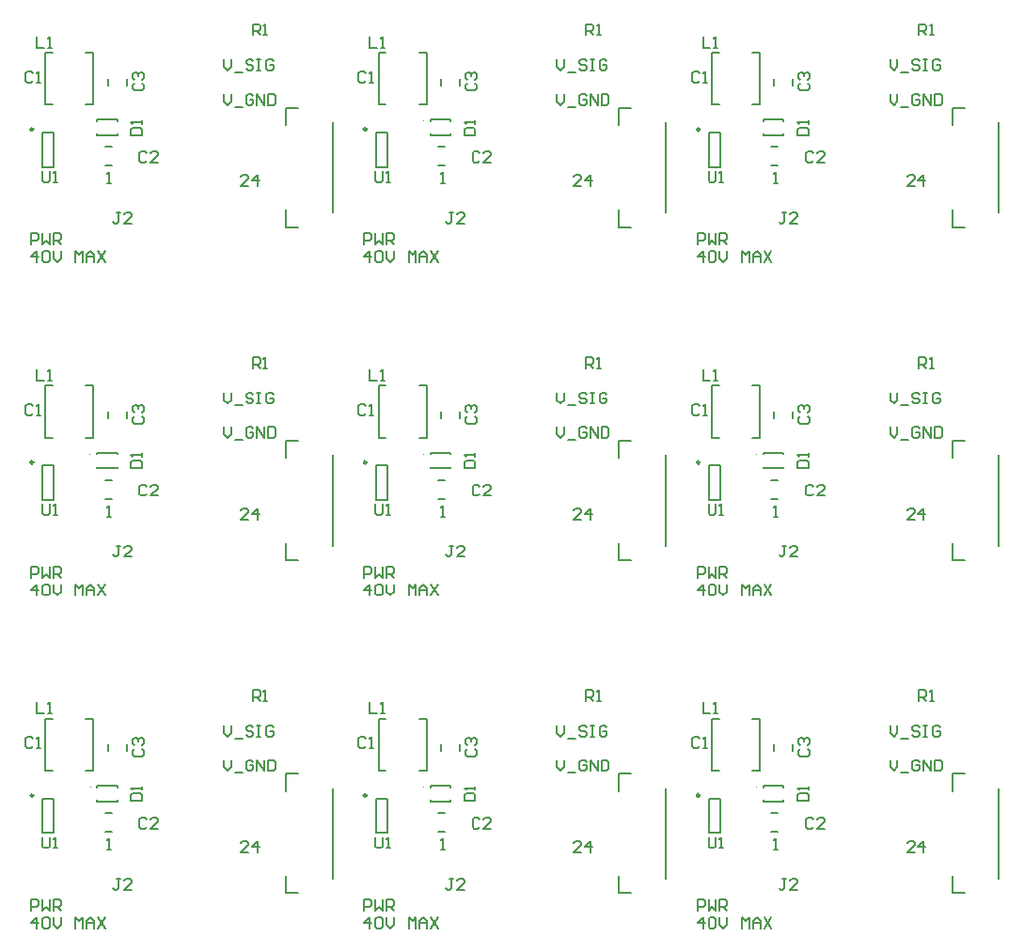
<source format=gto>
G04 Layer_Color=65535*
%FSLAX44Y44*%
%MOMM*%
G71*
G01*
G75*
%ADD22C,0.2000*%
%ADD36C,0.2500*%
%ADD37C,0.1000*%
%ADD38C,0.1800*%
D22*
X250750Y42000D02*
X261750D01*
X250750D02*
Y57500D01*
Y134000D02*
Y149500D01*
X261750D01*
X292750Y55000D02*
Y136500D01*
X107250Y169750D02*
Y175750D01*
X90250Y169750D02*
Y175750D01*
X70750Y199250D02*
X77250D01*
X70750Y152250D02*
X77250D01*
X34250Y199250D02*
X40750D01*
X34250Y152250D02*
X40750D01*
X77250D02*
Y199250D01*
X34250Y152250D02*
Y199250D01*
X87750Y114250D02*
X93750D01*
X87750Y97250D02*
X93750D01*
X31750Y127250D02*
X41750D01*
X31750Y96250D02*
X41750D01*
X31750D02*
Y127250D01*
X41750Y96250D02*
Y127250D01*
X80750Y138750D02*
X98750D01*
X80750Y124750D02*
X98750D01*
X80750Y137500D02*
Y138750D01*
X98750Y137500D02*
Y138750D01*
X80750Y124750D02*
Y126000D01*
X98750Y124750D02*
Y126000D01*
X220750Y215000D02*
Y224997D01*
X225748D01*
X227414Y223331D01*
Y219998D01*
X225748Y218332D01*
X220750D01*
X224082D02*
X227414Y215000D01*
X230747D02*
X234079D01*
X232413D01*
Y224997D01*
X230747Y223331D01*
X101415Y54997D02*
X98083D01*
X99749D01*
Y46666D01*
X98083Y45000D01*
X96416D01*
X94750Y46666D01*
X111412Y45000D02*
X104747D01*
X111412Y51665D01*
Y53331D01*
X109745Y54997D01*
X106413D01*
X104747Y53331D01*
X31250Y92497D02*
Y84166D01*
X32916Y82500D01*
X36248D01*
X37915Y84166D01*
Y92497D01*
X41247Y82500D02*
X44579D01*
X42913D01*
Y92497D01*
X41247Y90831D01*
X26250Y213747D02*
Y203750D01*
X32915D01*
X36247D02*
X39579D01*
X37913D01*
Y213747D01*
X36247Y212081D01*
X111253Y125000D02*
X121250D01*
Y129998D01*
X119584Y131664D01*
X112919D01*
X111253Y129998D01*
Y125000D01*
X121250Y134997D02*
Y138329D01*
Y136663D01*
X111253D01*
X112919Y134997D01*
X114169Y171665D02*
X112503Y169998D01*
Y166666D01*
X114169Y165000D01*
X120834D01*
X122500Y166666D01*
Y169998D01*
X120834Y171665D01*
X114169Y174997D02*
X112503Y176663D01*
Y179995D01*
X114169Y181661D01*
X115836D01*
X117502Y179995D01*
Y178329D01*
Y179995D01*
X119168Y181661D01*
X120834D01*
X122500Y179995D01*
Y176663D01*
X120834Y174997D01*
X125414Y108331D02*
X123748Y109997D01*
X120416D01*
X118750Y108331D01*
Y101666D01*
X120416Y100000D01*
X123748D01*
X125414Y101666D01*
X135411Y100000D02*
X128747D01*
X135411Y106664D01*
Y108331D01*
X133745Y109997D01*
X130413D01*
X128747Y108331D01*
X22915Y180831D02*
X21248Y182497D01*
X17916D01*
X16250Y180831D01*
Y174166D01*
X17916Y172500D01*
X21248D01*
X22915Y174166D01*
X26247Y172500D02*
X29579D01*
X27913D01*
Y182497D01*
X26247Y180831D01*
X550750Y42000D02*
X561750D01*
X550750D02*
Y57500D01*
Y134000D02*
Y149500D01*
X561750D01*
X592750Y55000D02*
Y136500D01*
X407250Y169750D02*
Y175750D01*
X390250Y169750D02*
Y175750D01*
X370750Y199250D02*
X377250D01*
X370750Y152250D02*
X377250D01*
X334250Y199250D02*
X340750D01*
X334250Y152250D02*
X340750D01*
X377250D02*
Y199250D01*
X334250Y152250D02*
Y199250D01*
X387750Y114250D02*
X393750D01*
X387750Y97250D02*
X393750D01*
X331750Y127250D02*
X341750D01*
X331750Y96250D02*
X341750D01*
X331750D02*
Y127250D01*
X341750Y96250D02*
Y127250D01*
X380750Y138750D02*
X398750D01*
X380750Y124750D02*
X398750D01*
X380750Y137500D02*
Y138750D01*
X398750Y137500D02*
Y138750D01*
X380750Y124750D02*
Y126000D01*
X398750Y124750D02*
Y126000D01*
X520750Y215000D02*
Y224997D01*
X525748D01*
X527415Y223331D01*
Y219998D01*
X525748Y218332D01*
X520750D01*
X524082D02*
X527415Y215000D01*
X530747D02*
X534079D01*
X532413D01*
Y224997D01*
X530747Y223331D01*
X401415Y54997D02*
X398083D01*
X399749D01*
Y46666D01*
X398083Y45000D01*
X396416D01*
X394750Y46666D01*
X411412Y45000D02*
X404747D01*
X411412Y51665D01*
Y53331D01*
X409745Y54997D01*
X406413D01*
X404747Y53331D01*
X331250Y92497D02*
Y84166D01*
X332916Y82500D01*
X336248D01*
X337915Y84166D01*
Y92497D01*
X341247Y82500D02*
X344579D01*
X342913D01*
Y92497D01*
X341247Y90831D01*
X326250Y213747D02*
Y203750D01*
X332915D01*
X336247D02*
X339579D01*
X337913D01*
Y213747D01*
X336247Y212081D01*
X411253Y125000D02*
X421250D01*
Y129998D01*
X419584Y131664D01*
X412919D01*
X411253Y129998D01*
Y125000D01*
X421250Y134997D02*
Y138329D01*
Y136663D01*
X411253D01*
X412919Y134997D01*
X414169Y171665D02*
X412503Y169998D01*
Y166666D01*
X414169Y165000D01*
X420834D01*
X422500Y166666D01*
Y169998D01*
X420834Y171665D01*
X414169Y174997D02*
X412503Y176663D01*
Y179995D01*
X414169Y181661D01*
X415835D01*
X417502Y179995D01*
Y178329D01*
Y179995D01*
X419168Y181661D01*
X420834D01*
X422500Y179995D01*
Y176663D01*
X420834Y174997D01*
X425415Y108331D02*
X423748Y109997D01*
X420416D01*
X418750Y108331D01*
Y101666D01*
X420416Y100000D01*
X423748D01*
X425415Y101666D01*
X435411Y100000D02*
X428747D01*
X435411Y106664D01*
Y108331D01*
X433745Y109997D01*
X430413D01*
X428747Y108331D01*
X322915Y180831D02*
X321248Y182497D01*
X317916D01*
X316250Y180831D01*
Y174166D01*
X317916Y172500D01*
X321248D01*
X322915Y174166D01*
X326247Y172500D02*
X329579D01*
X327913D01*
Y182497D01*
X326247Y180831D01*
X850750Y42000D02*
X861750D01*
X850750D02*
Y57500D01*
Y134000D02*
Y149500D01*
X861750D01*
X892750Y55000D02*
Y136500D01*
X707250Y169750D02*
Y175750D01*
X690250Y169750D02*
Y175750D01*
X670750Y199250D02*
X677250D01*
X670750Y152250D02*
X677250D01*
X634250Y199250D02*
X640750D01*
X634250Y152250D02*
X640750D01*
X677250D02*
Y199250D01*
X634250Y152250D02*
Y199250D01*
X687750Y114250D02*
X693750D01*
X687750Y97250D02*
X693750D01*
X631750Y127250D02*
X641750D01*
X631750Y96250D02*
X641750D01*
X631750D02*
Y127250D01*
X641750Y96250D02*
Y127250D01*
X680750Y138750D02*
X698750D01*
X680750Y124750D02*
X698750D01*
X680750Y137500D02*
Y138750D01*
X698750Y137500D02*
Y138750D01*
X680750Y124750D02*
Y126000D01*
X698750Y124750D02*
Y126000D01*
X820750Y215000D02*
Y224997D01*
X825748D01*
X827414Y223331D01*
Y219998D01*
X825748Y218332D01*
X820750D01*
X824082D02*
X827414Y215000D01*
X830747D02*
X834079D01*
X832413D01*
Y224997D01*
X830747Y223331D01*
X701415Y54997D02*
X698083D01*
X699749D01*
Y46666D01*
X698083Y45000D01*
X696416D01*
X694750Y46666D01*
X711412Y45000D02*
X704747D01*
X711412Y51665D01*
Y53331D01*
X709745Y54997D01*
X706413D01*
X704747Y53331D01*
X631250Y92497D02*
Y84166D01*
X632916Y82500D01*
X636248D01*
X637915Y84166D01*
Y92497D01*
X641247Y82500D02*
X644579D01*
X642913D01*
Y92497D01*
X641247Y90831D01*
X626250Y213747D02*
Y203750D01*
X632915D01*
X636247D02*
X639579D01*
X637913D01*
Y213747D01*
X636247Y212081D01*
X711253Y125000D02*
X721250D01*
Y129998D01*
X719584Y131664D01*
X712919D01*
X711253Y129998D01*
Y125000D01*
X721250Y134997D02*
Y138329D01*
Y136663D01*
X711253D01*
X712919Y134997D01*
X714169Y171665D02*
X712503Y169998D01*
Y166666D01*
X714169Y165000D01*
X720834D01*
X722500Y166666D01*
Y169998D01*
X720834Y171665D01*
X714169Y174997D02*
X712503Y176663D01*
Y179995D01*
X714169Y181661D01*
X715835D01*
X717502Y179995D01*
Y178329D01*
Y179995D01*
X719168Y181661D01*
X720834D01*
X722500Y179995D01*
Y176663D01*
X720834Y174997D01*
X725415Y108331D02*
X723748Y109997D01*
X720416D01*
X718750Y108331D01*
Y101666D01*
X720416Y100000D01*
X723748D01*
X725415Y101666D01*
X735411Y100000D02*
X728747D01*
X735411Y106664D01*
Y108331D01*
X733745Y109997D01*
X730413D01*
X728747Y108331D01*
X622915Y180831D02*
X621248Y182497D01*
X617916D01*
X616250Y180831D01*
Y174166D01*
X617916Y172500D01*
X621248D01*
X622915Y174166D01*
X626247Y172500D02*
X629579D01*
X627913D01*
Y182497D01*
X626247Y180831D01*
X250750Y342000D02*
X261750D01*
X250750D02*
Y357500D01*
Y434000D02*
Y449500D01*
X261750D01*
X292750Y355000D02*
Y436500D01*
X107250Y469750D02*
Y475750D01*
X90250Y469750D02*
Y475750D01*
X70750Y499250D02*
X77250D01*
X70750Y452250D02*
X77250D01*
X34250Y499250D02*
X40750D01*
X34250Y452250D02*
X40750D01*
X77250D02*
Y499250D01*
X34250Y452250D02*
Y499250D01*
X87750Y414250D02*
X93750D01*
X87750Y397250D02*
X93750D01*
X31750Y427250D02*
X41750D01*
X31750Y396250D02*
X41750D01*
X31750D02*
Y427250D01*
X41750Y396250D02*
Y427250D01*
X80750Y438750D02*
X98750D01*
X80750Y424750D02*
X98750D01*
X80750Y437500D02*
Y438750D01*
X98750Y437500D02*
Y438750D01*
X80750Y424750D02*
Y426000D01*
X98750Y424750D02*
Y426000D01*
X220750Y515000D02*
Y524997D01*
X225748D01*
X227414Y523331D01*
Y519998D01*
X225748Y518332D01*
X220750D01*
X224082D02*
X227414Y515000D01*
X230747D02*
X234079D01*
X232413D01*
Y524997D01*
X230747Y523331D01*
X101415Y354997D02*
X98083D01*
X99749D01*
Y346666D01*
X98083Y345000D01*
X96416D01*
X94750Y346666D01*
X111412Y345000D02*
X104747D01*
X111412Y351665D01*
Y353331D01*
X109745Y354997D01*
X106413D01*
X104747Y353331D01*
X31250Y392497D02*
Y384166D01*
X32916Y382500D01*
X36248D01*
X37915Y384166D01*
Y392497D01*
X41247Y382500D02*
X44579D01*
X42913D01*
Y392497D01*
X41247Y390831D01*
X26250Y513747D02*
Y503750D01*
X32915D01*
X36247D02*
X39579D01*
X37913D01*
Y513747D01*
X36247Y512081D01*
X111253Y425000D02*
X121250D01*
Y429998D01*
X119584Y431665D01*
X112919D01*
X111253Y429998D01*
Y425000D01*
X121250Y434997D02*
Y438329D01*
Y436663D01*
X111253D01*
X112919Y434997D01*
X114169Y471665D02*
X112503Y469998D01*
Y466666D01*
X114169Y465000D01*
X120834D01*
X122500Y466666D01*
Y469998D01*
X120834Y471665D01*
X114169Y474997D02*
X112503Y476663D01*
Y479995D01*
X114169Y481661D01*
X115836D01*
X117502Y479995D01*
Y478329D01*
Y479995D01*
X119168Y481661D01*
X120834D01*
X122500Y479995D01*
Y476663D01*
X120834Y474997D01*
X125414Y408331D02*
X123748Y409997D01*
X120416D01*
X118750Y408331D01*
Y401666D01*
X120416Y400000D01*
X123748D01*
X125414Y401666D01*
X135411Y400000D02*
X128747D01*
X135411Y406665D01*
Y408331D01*
X133745Y409997D01*
X130413D01*
X128747Y408331D01*
X22915Y480831D02*
X21248Y482497D01*
X17916D01*
X16250Y480831D01*
Y474166D01*
X17916Y472500D01*
X21248D01*
X22915Y474166D01*
X26247Y472500D02*
X29579D01*
X27913D01*
Y482497D01*
X26247Y480831D01*
X550750Y342000D02*
X561750D01*
X550750D02*
Y357500D01*
Y434000D02*
Y449500D01*
X561750D01*
X592750Y355000D02*
Y436500D01*
X407250Y469750D02*
Y475750D01*
X390250Y469750D02*
Y475750D01*
X370750Y499250D02*
X377250D01*
X370750Y452250D02*
X377250D01*
X334250Y499250D02*
X340750D01*
X334250Y452250D02*
X340750D01*
X377250D02*
Y499250D01*
X334250Y452250D02*
Y499250D01*
X387750Y414250D02*
X393750D01*
X387750Y397250D02*
X393750D01*
X331750Y427250D02*
X341750D01*
X331750Y396250D02*
X341750D01*
X331750D02*
Y427250D01*
X341750Y396250D02*
Y427250D01*
X380750Y438750D02*
X398750D01*
X380750Y424750D02*
X398750D01*
X380750Y437500D02*
Y438750D01*
X398750Y437500D02*
Y438750D01*
X380750Y424750D02*
Y426000D01*
X398750Y424750D02*
Y426000D01*
X520750Y515000D02*
Y524997D01*
X525748D01*
X527415Y523331D01*
Y519998D01*
X525748Y518332D01*
X520750D01*
X524082D02*
X527415Y515000D01*
X530747D02*
X534079D01*
X532413D01*
Y524997D01*
X530747Y523331D01*
X401415Y354997D02*
X398083D01*
X399749D01*
Y346666D01*
X398083Y345000D01*
X396416D01*
X394750Y346666D01*
X411412Y345000D02*
X404747D01*
X411412Y351665D01*
Y353331D01*
X409745Y354997D01*
X406413D01*
X404747Y353331D01*
X331250Y392497D02*
Y384166D01*
X332916Y382500D01*
X336248D01*
X337915Y384166D01*
Y392497D01*
X341247Y382500D02*
X344579D01*
X342913D01*
Y392497D01*
X341247Y390831D01*
X326250Y513747D02*
Y503750D01*
X332915D01*
X336247D02*
X339579D01*
X337913D01*
Y513747D01*
X336247Y512081D01*
X411253Y425000D02*
X421250D01*
Y429998D01*
X419584Y431665D01*
X412919D01*
X411253Y429998D01*
Y425000D01*
X421250Y434997D02*
Y438329D01*
Y436663D01*
X411253D01*
X412919Y434997D01*
X414169Y471665D02*
X412503Y469998D01*
Y466666D01*
X414169Y465000D01*
X420834D01*
X422500Y466666D01*
Y469998D01*
X420834Y471665D01*
X414169Y474997D02*
X412503Y476663D01*
Y479995D01*
X414169Y481661D01*
X415835D01*
X417502Y479995D01*
Y478329D01*
Y479995D01*
X419168Y481661D01*
X420834D01*
X422500Y479995D01*
Y476663D01*
X420834Y474997D01*
X425415Y408331D02*
X423748Y409997D01*
X420416D01*
X418750Y408331D01*
Y401666D01*
X420416Y400000D01*
X423748D01*
X425415Y401666D01*
X435411Y400000D02*
X428747D01*
X435411Y406665D01*
Y408331D01*
X433745Y409997D01*
X430413D01*
X428747Y408331D01*
X322915Y480831D02*
X321248Y482497D01*
X317916D01*
X316250Y480831D01*
Y474166D01*
X317916Y472500D01*
X321248D01*
X322915Y474166D01*
X326247Y472500D02*
X329579D01*
X327913D01*
Y482497D01*
X326247Y480831D01*
X850750Y342000D02*
X861750D01*
X850750D02*
Y357500D01*
Y434000D02*
Y449500D01*
X861750D01*
X892750Y355000D02*
Y436500D01*
X707250Y469750D02*
Y475750D01*
X690250Y469750D02*
Y475750D01*
X670750Y499250D02*
X677250D01*
X670750Y452250D02*
X677250D01*
X634250Y499250D02*
X640750D01*
X634250Y452250D02*
X640750D01*
X677250D02*
Y499250D01*
X634250Y452250D02*
Y499250D01*
X687750Y414250D02*
X693750D01*
X687750Y397250D02*
X693750D01*
X631750Y427250D02*
X641750D01*
X631750Y396250D02*
X641750D01*
X631750D02*
Y427250D01*
X641750Y396250D02*
Y427250D01*
X680750Y438750D02*
X698750D01*
X680750Y424750D02*
X698750D01*
X680750Y437500D02*
Y438750D01*
X698750Y437500D02*
Y438750D01*
X680750Y424750D02*
Y426000D01*
X698750Y424750D02*
Y426000D01*
X820750Y515000D02*
Y524997D01*
X825748D01*
X827414Y523331D01*
Y519998D01*
X825748Y518332D01*
X820750D01*
X824082D02*
X827414Y515000D01*
X830747D02*
X834079D01*
X832413D01*
Y524997D01*
X830747Y523331D01*
X701415Y354997D02*
X698083D01*
X699749D01*
Y346666D01*
X698083Y345000D01*
X696416D01*
X694750Y346666D01*
X711412Y345000D02*
X704747D01*
X711412Y351665D01*
Y353331D01*
X709745Y354997D01*
X706413D01*
X704747Y353331D01*
X631250Y392497D02*
Y384166D01*
X632916Y382500D01*
X636248D01*
X637915Y384166D01*
Y392497D01*
X641247Y382500D02*
X644579D01*
X642913D01*
Y392497D01*
X641247Y390831D01*
X626250Y513747D02*
Y503750D01*
X632915D01*
X636247D02*
X639579D01*
X637913D01*
Y513747D01*
X636247Y512081D01*
X711253Y425000D02*
X721250D01*
Y429998D01*
X719584Y431665D01*
X712919D01*
X711253Y429998D01*
Y425000D01*
X721250Y434997D02*
Y438329D01*
Y436663D01*
X711253D01*
X712919Y434997D01*
X714169Y471665D02*
X712503Y469998D01*
Y466666D01*
X714169Y465000D01*
X720834D01*
X722500Y466666D01*
Y469998D01*
X720834Y471665D01*
X714169Y474997D02*
X712503Y476663D01*
Y479995D01*
X714169Y481661D01*
X715835D01*
X717502Y479995D01*
Y478329D01*
Y479995D01*
X719168Y481661D01*
X720834D01*
X722500Y479995D01*
Y476663D01*
X720834Y474997D01*
X725415Y408331D02*
X723748Y409997D01*
X720416D01*
X718750Y408331D01*
Y401666D01*
X720416Y400000D01*
X723748D01*
X725415Y401666D01*
X735411Y400000D02*
X728747D01*
X735411Y406665D01*
Y408331D01*
X733745Y409997D01*
X730413D01*
X728747Y408331D01*
X622915Y480831D02*
X621248Y482497D01*
X617916D01*
X616250Y480831D01*
Y474166D01*
X617916Y472500D01*
X621248D01*
X622915Y474166D01*
X626247Y472500D02*
X629579D01*
X627913D01*
Y482497D01*
X626247Y480831D01*
X250750Y642000D02*
X261750D01*
X250750D02*
Y657500D01*
Y734000D02*
Y749500D01*
X261750D01*
X292750Y655000D02*
Y736500D01*
X107250Y769750D02*
Y775750D01*
X90250Y769750D02*
Y775750D01*
X70750Y799250D02*
X77250D01*
X70750Y752250D02*
X77250D01*
X34250Y799250D02*
X40750D01*
X34250Y752250D02*
X40750D01*
X77250D02*
Y799250D01*
X34250Y752250D02*
Y799250D01*
X87750Y714250D02*
X93750D01*
X87750Y697250D02*
X93750D01*
X31750Y727250D02*
X41750D01*
X31750Y696250D02*
X41750D01*
X31750D02*
Y727250D01*
X41750Y696250D02*
Y727250D01*
X80750Y738750D02*
X98750D01*
X80750Y724750D02*
X98750D01*
X80750Y737500D02*
Y738750D01*
X98750Y737500D02*
Y738750D01*
X80750Y724750D02*
Y726000D01*
X98750Y724750D02*
Y726000D01*
X220750Y815000D02*
Y824997D01*
X225748D01*
X227414Y823331D01*
Y819998D01*
X225748Y818332D01*
X220750D01*
X224082D02*
X227414Y815000D01*
X230747D02*
X234079D01*
X232413D01*
Y824997D01*
X230747Y823331D01*
X101415Y654997D02*
X98083D01*
X99749D01*
Y646666D01*
X98083Y645000D01*
X96416D01*
X94750Y646666D01*
X111412Y645000D02*
X104747D01*
X111412Y651665D01*
Y653331D01*
X109745Y654997D01*
X106413D01*
X104747Y653331D01*
X31250Y692497D02*
Y684166D01*
X32916Y682500D01*
X36248D01*
X37915Y684166D01*
Y692497D01*
X41247Y682500D02*
X44579D01*
X42913D01*
Y692497D01*
X41247Y690831D01*
X26250Y813747D02*
Y803750D01*
X32915D01*
X36247D02*
X39579D01*
X37913D01*
Y813747D01*
X36247Y812081D01*
X111253Y725000D02*
X121250D01*
Y729998D01*
X119584Y731665D01*
X112919D01*
X111253Y729998D01*
Y725000D01*
X121250Y734997D02*
Y738329D01*
Y736663D01*
X111253D01*
X112919Y734997D01*
X114169Y771665D02*
X112503Y769998D01*
Y766666D01*
X114169Y765000D01*
X120834D01*
X122500Y766666D01*
Y769998D01*
X120834Y771665D01*
X114169Y774997D02*
X112503Y776663D01*
Y779995D01*
X114169Y781661D01*
X115836D01*
X117502Y779995D01*
Y778329D01*
Y779995D01*
X119168Y781661D01*
X120834D01*
X122500Y779995D01*
Y776663D01*
X120834Y774997D01*
X125414Y708331D02*
X123748Y709997D01*
X120416D01*
X118750Y708331D01*
Y701666D01*
X120416Y700000D01*
X123748D01*
X125414Y701666D01*
X135411Y700000D02*
X128747D01*
X135411Y706665D01*
Y708331D01*
X133745Y709997D01*
X130413D01*
X128747Y708331D01*
X22915Y780831D02*
X21248Y782497D01*
X17916D01*
X16250Y780831D01*
Y774166D01*
X17916Y772500D01*
X21248D01*
X22915Y774166D01*
X26247Y772500D02*
X29579D01*
X27913D01*
Y782497D01*
X26247Y780831D01*
X550750Y642000D02*
X561750D01*
X550750D02*
Y657500D01*
Y734000D02*
Y749500D01*
X561750D01*
X592750Y655000D02*
Y736500D01*
X407250Y769750D02*
Y775750D01*
X390250Y769750D02*
Y775750D01*
X370750Y799250D02*
X377250D01*
X370750Y752250D02*
X377250D01*
X334250Y799250D02*
X340750D01*
X334250Y752250D02*
X340750D01*
X377250D02*
Y799250D01*
X334250Y752250D02*
Y799250D01*
X387750Y714250D02*
X393750D01*
X387750Y697250D02*
X393750D01*
X331750Y727250D02*
X341750D01*
X331750Y696250D02*
X341750D01*
X331750D02*
Y727250D01*
X341750Y696250D02*
Y727250D01*
X380750Y738750D02*
X398750D01*
X380750Y724750D02*
X398750D01*
X380750Y737500D02*
Y738750D01*
X398750Y737500D02*
Y738750D01*
X380750Y724750D02*
Y726000D01*
X398750Y724750D02*
Y726000D01*
X520750Y815000D02*
Y824997D01*
X525748D01*
X527415Y823331D01*
Y819998D01*
X525748Y818332D01*
X520750D01*
X524082D02*
X527415Y815000D01*
X530747D02*
X534079D01*
X532413D01*
Y824997D01*
X530747Y823331D01*
X401415Y654997D02*
X398083D01*
X399749D01*
Y646666D01*
X398083Y645000D01*
X396416D01*
X394750Y646666D01*
X411412Y645000D02*
X404747D01*
X411412Y651665D01*
Y653331D01*
X409745Y654997D01*
X406413D01*
X404747Y653331D01*
X331250Y692497D02*
Y684166D01*
X332916Y682500D01*
X336248D01*
X337915Y684166D01*
Y692497D01*
X341247Y682500D02*
X344579D01*
X342913D01*
Y692497D01*
X341247Y690831D01*
X326250Y813747D02*
Y803750D01*
X332915D01*
X336247D02*
X339579D01*
X337913D01*
Y813747D01*
X336247Y812081D01*
X411253Y725000D02*
X421250D01*
Y729998D01*
X419584Y731665D01*
X412919D01*
X411253Y729998D01*
Y725000D01*
X421250Y734997D02*
Y738329D01*
Y736663D01*
X411253D01*
X412919Y734997D01*
X414169Y771665D02*
X412503Y769998D01*
Y766666D01*
X414169Y765000D01*
X420834D01*
X422500Y766666D01*
Y769998D01*
X420834Y771665D01*
X414169Y774997D02*
X412503Y776663D01*
Y779995D01*
X414169Y781661D01*
X415835D01*
X417502Y779995D01*
Y778329D01*
Y779995D01*
X419168Y781661D01*
X420834D01*
X422500Y779995D01*
Y776663D01*
X420834Y774997D01*
X425415Y708331D02*
X423748Y709997D01*
X420416D01*
X418750Y708331D01*
Y701666D01*
X420416Y700000D01*
X423748D01*
X425415Y701666D01*
X435411Y700000D02*
X428747D01*
X435411Y706665D01*
Y708331D01*
X433745Y709997D01*
X430413D01*
X428747Y708331D01*
X322915Y780831D02*
X321248Y782497D01*
X317916D01*
X316250Y780831D01*
Y774166D01*
X317916Y772500D01*
X321248D01*
X322915Y774166D01*
X326247Y772500D02*
X329579D01*
X327913D01*
Y782497D01*
X326247Y780831D01*
X850750Y642000D02*
X861750D01*
X850750D02*
Y657500D01*
Y734000D02*
Y749500D01*
X861750D01*
X892750Y655000D02*
Y736500D01*
X707250Y769750D02*
Y775750D01*
X690250Y769750D02*
Y775750D01*
X670750Y799250D02*
X677250D01*
X670750Y752250D02*
X677250D01*
X634250Y799250D02*
X640750D01*
X634250Y752250D02*
X640750D01*
X677250D02*
Y799250D01*
X634250Y752250D02*
Y799250D01*
X687750Y714250D02*
X693750D01*
X687750Y697250D02*
X693750D01*
X631750Y727250D02*
X641750D01*
X631750Y696250D02*
X641750D01*
X631750D02*
Y727250D01*
X641750Y696250D02*
Y727250D01*
X680750Y738750D02*
X698750D01*
X680750Y724750D02*
X698750D01*
X680750Y737500D02*
Y738750D01*
X698750Y737500D02*
Y738750D01*
X680750Y724750D02*
Y726000D01*
X698750Y724750D02*
Y726000D01*
X820750Y815000D02*
Y824997D01*
X825748D01*
X827414Y823331D01*
Y819998D01*
X825748Y818332D01*
X820750D01*
X824082D02*
X827414Y815000D01*
X830747D02*
X834079D01*
X832413D01*
Y824997D01*
X830747Y823331D01*
X701415Y654997D02*
X698083D01*
X699749D01*
Y646666D01*
X698083Y645000D01*
X696416D01*
X694750Y646666D01*
X711412Y645000D02*
X704747D01*
X711412Y651665D01*
Y653331D01*
X709745Y654997D01*
X706413D01*
X704747Y653331D01*
X631250Y692497D02*
Y684166D01*
X632916Y682500D01*
X636248D01*
X637915Y684166D01*
Y692497D01*
X641247Y682500D02*
X644579D01*
X642913D01*
Y692497D01*
X641247Y690831D01*
X626250Y813747D02*
Y803750D01*
X632915D01*
X636247D02*
X639579D01*
X637913D01*
Y813747D01*
X636247Y812081D01*
X711253Y725000D02*
X721250D01*
Y729998D01*
X719584Y731665D01*
X712919D01*
X711253Y729998D01*
Y725000D01*
X721250Y734997D02*
Y738329D01*
Y736663D01*
X711253D01*
X712919Y734997D01*
X714169Y771665D02*
X712503Y769998D01*
Y766666D01*
X714169Y765000D01*
X720834D01*
X722500Y766666D01*
Y769998D01*
X720834Y771665D01*
X714169Y774997D02*
X712503Y776663D01*
Y779995D01*
X714169Y781661D01*
X715835D01*
X717502Y779995D01*
Y778329D01*
Y779995D01*
X719168Y781661D01*
X720834D01*
X722500Y779995D01*
Y776663D01*
X720834Y774997D01*
X725415Y708331D02*
X723748Y709997D01*
X720416D01*
X718750Y708331D01*
Y701666D01*
X720416Y700000D01*
X723748D01*
X725415Y701666D01*
X735411Y700000D02*
X728747D01*
X735411Y706665D01*
Y708331D01*
X733745Y709997D01*
X730413D01*
X728747Y708331D01*
X622915Y780831D02*
X621248Y782497D01*
X617916D01*
X616250Y780831D01*
Y774166D01*
X617916Y772500D01*
X621248D01*
X622915Y774166D01*
X626247Y772500D02*
X629579D01*
X627913D01*
Y782497D01*
X626247Y780831D01*
D36*
X23250Y130000D02*
G03*
X23250Y130000I-1250J0D01*
G01*
X323250D02*
G03*
X323250Y130000I-1250J0D01*
G01*
X623250D02*
G03*
X623250Y130000I-1250J0D01*
G01*
X23250Y430000D02*
G03*
X23250Y430000I-1250J0D01*
G01*
X323250D02*
G03*
X323250Y430000I-1250J0D01*
G01*
X623250D02*
G03*
X623250Y430000I-1250J0D01*
G01*
X23250Y730000D02*
G03*
X23250Y730000I-1250J0D01*
G01*
X323250D02*
G03*
X323250Y730000I-1250J0D01*
G01*
X623250D02*
G03*
X623250Y730000I-1250J0D01*
G01*
D37*
X74750Y137500D02*
G03*
X74750Y137500I-500J0D01*
G01*
X374750D02*
G03*
X374750Y137500I-500J0D01*
G01*
X674750D02*
G03*
X674750Y137500I-500J0D01*
G01*
X74750Y437500D02*
G03*
X74750Y437500I-500J0D01*
G01*
X374750D02*
G03*
X374750Y437500I-500J0D01*
G01*
X674750D02*
G03*
X674750Y437500I-500J0D01*
G01*
X74750Y737500D02*
G03*
X74750Y737500I-500J0D01*
G01*
X374750D02*
G03*
X374750Y737500I-500J0D01*
G01*
X674750D02*
G03*
X674750Y737500I-500J0D01*
G01*
D38*
X90000Y81250D02*
X93332D01*
X91666D01*
Y91247D01*
X90000Y89581D01*
X216665Y78750D02*
X210000D01*
X216665Y85414D01*
Y87081D01*
X214998Y88747D01*
X211666D01*
X210000Y87081D01*
X224995Y78750D02*
Y88747D01*
X219997Y83748D01*
X226661D01*
X26248Y10250D02*
Y20247D01*
X21250Y15248D01*
X27915D01*
X31247Y18581D02*
X32913Y20247D01*
X36245D01*
X37911Y18581D01*
Y11916D01*
X36245Y10250D01*
X32913D01*
X31247Y11916D01*
Y18581D01*
X41244Y20247D02*
Y13582D01*
X44576Y10250D01*
X47908Y13582D01*
Y20247D01*
X61237Y10250D02*
Y20247D01*
X64569Y16914D01*
X67902Y20247D01*
Y10250D01*
X71234D02*
Y16914D01*
X74566Y20247D01*
X77898Y16914D01*
Y10250D01*
Y15248D01*
X71234D01*
X81231Y20247D02*
X87895Y10250D01*
Y20247D02*
X81231Y10250D01*
X21250Y26250D02*
Y36247D01*
X26248D01*
X27915Y34581D01*
Y31248D01*
X26248Y29582D01*
X21250D01*
X31247Y36247D02*
Y26250D01*
X34579Y29582D01*
X37911Y26250D01*
Y36247D01*
X41244Y26250D02*
Y36247D01*
X46242D01*
X47908Y34581D01*
Y31248D01*
X46242Y29582D01*
X41244D01*
X44576D02*
X47908Y26250D01*
X194750Y192997D02*
Y186332D01*
X198082Y183000D01*
X201415Y186332D01*
Y192997D01*
X204747Y181334D02*
X211411D01*
X221408Y191331D02*
X219742Y192997D01*
X216410D01*
X214744Y191331D01*
Y189664D01*
X216410Y187998D01*
X219742D01*
X221408Y186332D01*
Y184666D01*
X219742Y183000D01*
X216410D01*
X214744Y184666D01*
X224740Y192997D02*
X228073D01*
X226406D01*
Y183000D01*
X224740D01*
X228073D01*
X239736Y191331D02*
X238069Y192997D01*
X234737D01*
X233071Y191331D01*
Y184666D01*
X234737Y183000D01*
X238069D01*
X239736Y184666D01*
Y187998D01*
X236403D01*
X194750Y161997D02*
Y155332D01*
X198082Y152000D01*
X201415Y155332D01*
Y161997D01*
X204747Y150334D02*
X211411D01*
X221408Y160331D02*
X219742Y161997D01*
X216410D01*
X214744Y160331D01*
Y153666D01*
X216410Y152000D01*
X219742D01*
X221408Y153666D01*
Y156998D01*
X218076D01*
X224740Y152000D02*
Y161997D01*
X231405Y152000D01*
Y161997D01*
X234737D02*
Y152000D01*
X239736D01*
X241402Y153666D01*
Y160331D01*
X239736Y161997D01*
X234737D01*
X390000Y81250D02*
X393332D01*
X391666D01*
Y91247D01*
X390000Y89581D01*
X516665Y78750D02*
X510000D01*
X516665Y85414D01*
Y87081D01*
X514998Y88747D01*
X511666D01*
X510000Y87081D01*
X524995Y78750D02*
Y88747D01*
X519997Y83748D01*
X526661D01*
X326248Y10250D02*
Y20247D01*
X321250Y15248D01*
X327915D01*
X331247Y18581D02*
X332913Y20247D01*
X336245D01*
X337911Y18581D01*
Y11916D01*
X336245Y10250D01*
X332913D01*
X331247Y11916D01*
Y18581D01*
X341244Y20247D02*
Y13582D01*
X344576Y10250D01*
X347908Y13582D01*
Y20247D01*
X361237Y10250D02*
Y20247D01*
X364569Y16914D01*
X367902Y20247D01*
Y10250D01*
X371234D02*
Y16914D01*
X374566Y20247D01*
X377898Y16914D01*
Y10250D01*
Y15248D01*
X371234D01*
X381231Y20247D02*
X387895Y10250D01*
Y20247D02*
X381231Y10250D01*
X321250Y26250D02*
Y36247D01*
X326248D01*
X327915Y34581D01*
Y31248D01*
X326248Y29582D01*
X321250D01*
X331247Y36247D02*
Y26250D01*
X334579Y29582D01*
X337911Y26250D01*
Y36247D01*
X341244Y26250D02*
Y36247D01*
X346242D01*
X347908Y34581D01*
Y31248D01*
X346242Y29582D01*
X341244D01*
X344576D02*
X347908Y26250D01*
X494750Y192997D02*
Y186332D01*
X498082Y183000D01*
X501414Y186332D01*
Y192997D01*
X504747Y181334D02*
X511411D01*
X521408Y191331D02*
X519742Y192997D01*
X516410D01*
X514744Y191331D01*
Y189664D01*
X516410Y187998D01*
X519742D01*
X521408Y186332D01*
Y184666D01*
X519742Y183000D01*
X516410D01*
X514744Y184666D01*
X524740Y192997D02*
X528073D01*
X526407D01*
Y183000D01*
X524740D01*
X528073D01*
X539735Y191331D02*
X538069Y192997D01*
X534737D01*
X533071Y191331D01*
Y184666D01*
X534737Y183000D01*
X538069D01*
X539735Y184666D01*
Y187998D01*
X536403D01*
X494750Y161997D02*
Y155332D01*
X498082Y152000D01*
X501414Y155332D01*
Y161997D01*
X504747Y150334D02*
X511411D01*
X521408Y160331D02*
X519742Y161997D01*
X516410D01*
X514744Y160331D01*
Y153666D01*
X516410Y152000D01*
X519742D01*
X521408Y153666D01*
Y156998D01*
X518076D01*
X524740Y152000D02*
Y161997D01*
X531405Y152000D01*
Y161997D01*
X534737D02*
Y152000D01*
X539735D01*
X541402Y153666D01*
Y160331D01*
X539735Y161997D01*
X534737D01*
X690000Y81250D02*
X693332D01*
X691666D01*
Y91247D01*
X690000Y89581D01*
X816665Y78750D02*
X810000D01*
X816665Y85414D01*
Y87081D01*
X814998Y88747D01*
X811666D01*
X810000Y87081D01*
X824995Y78750D02*
Y88747D01*
X819997Y83748D01*
X826661D01*
X626248Y10250D02*
Y20247D01*
X621250Y15248D01*
X627915D01*
X631247Y18581D02*
X632913Y20247D01*
X636245D01*
X637911Y18581D01*
Y11916D01*
X636245Y10250D01*
X632913D01*
X631247Y11916D01*
Y18581D01*
X641244Y20247D02*
Y13582D01*
X644576Y10250D01*
X647908Y13582D01*
Y20247D01*
X661237Y10250D02*
Y20247D01*
X664569Y16914D01*
X667902Y20247D01*
Y10250D01*
X671234D02*
Y16914D01*
X674566Y20247D01*
X677898Y16914D01*
Y10250D01*
Y15248D01*
X671234D01*
X681231Y20247D02*
X687895Y10250D01*
Y20247D02*
X681231Y10250D01*
X621250Y26250D02*
Y36247D01*
X626248D01*
X627915Y34581D01*
Y31248D01*
X626248Y29582D01*
X621250D01*
X631247Y36247D02*
Y26250D01*
X634579Y29582D01*
X637911Y26250D01*
Y36247D01*
X641244Y26250D02*
Y36247D01*
X646242D01*
X647908Y34581D01*
Y31248D01*
X646242Y29582D01*
X641244D01*
X644576D02*
X647908Y26250D01*
X794750Y192997D02*
Y186332D01*
X798082Y183000D01*
X801414Y186332D01*
Y192997D01*
X804747Y181334D02*
X811411D01*
X821408Y191331D02*
X819742Y192997D01*
X816410D01*
X814744Y191331D01*
Y189664D01*
X816410Y187998D01*
X819742D01*
X821408Y186332D01*
Y184666D01*
X819742Y183000D01*
X816410D01*
X814744Y184666D01*
X824740Y192997D02*
X828073D01*
X826406D01*
Y183000D01*
X824740D01*
X828073D01*
X839735Y191331D02*
X838069Y192997D01*
X834737D01*
X833071Y191331D01*
Y184666D01*
X834737Y183000D01*
X838069D01*
X839735Y184666D01*
Y187998D01*
X836403D01*
X794750Y161997D02*
Y155332D01*
X798082Y152000D01*
X801414Y155332D01*
Y161997D01*
X804747Y150334D02*
X811411D01*
X821408Y160331D02*
X819742Y161997D01*
X816410D01*
X814744Y160331D01*
Y153666D01*
X816410Y152000D01*
X819742D01*
X821408Y153666D01*
Y156998D01*
X818076D01*
X824740Y152000D02*
Y161997D01*
X831405Y152000D01*
Y161997D01*
X834737D02*
Y152000D01*
X839735D01*
X841402Y153666D01*
Y160331D01*
X839735Y161997D01*
X834737D01*
X90000Y381250D02*
X93332D01*
X91666D01*
Y391247D01*
X90000Y389581D01*
X216665Y378750D02*
X210000D01*
X216665Y385415D01*
Y387081D01*
X214998Y388747D01*
X211666D01*
X210000Y387081D01*
X224995Y378750D02*
Y388747D01*
X219997Y383748D01*
X226661D01*
X26248Y310250D02*
Y320247D01*
X21250Y315248D01*
X27915D01*
X31247Y318581D02*
X32913Y320247D01*
X36245D01*
X37911Y318581D01*
Y311916D01*
X36245Y310250D01*
X32913D01*
X31247Y311916D01*
Y318581D01*
X41244Y320247D02*
Y313582D01*
X44576Y310250D01*
X47908Y313582D01*
Y320247D01*
X61237Y310250D02*
Y320247D01*
X64569Y316915D01*
X67902Y320247D01*
Y310250D01*
X71234D02*
Y316915D01*
X74566Y320247D01*
X77898Y316915D01*
Y310250D01*
Y315248D01*
X71234D01*
X81231Y320247D02*
X87895Y310250D01*
Y320247D02*
X81231Y310250D01*
X21250Y326250D02*
Y336247D01*
X26248D01*
X27915Y334581D01*
Y331248D01*
X26248Y329582D01*
X21250D01*
X31247Y336247D02*
Y326250D01*
X34579Y329582D01*
X37911Y326250D01*
Y336247D01*
X41244Y326250D02*
Y336247D01*
X46242D01*
X47908Y334581D01*
Y331248D01*
X46242Y329582D01*
X41244D01*
X44576D02*
X47908Y326250D01*
X194750Y492997D02*
Y486332D01*
X198082Y483000D01*
X201415Y486332D01*
Y492997D01*
X204747Y481334D02*
X211411D01*
X221408Y491331D02*
X219742Y492997D01*
X216410D01*
X214744Y491331D01*
Y489664D01*
X216410Y487998D01*
X219742D01*
X221408Y486332D01*
Y484666D01*
X219742Y483000D01*
X216410D01*
X214744Y484666D01*
X224740Y492997D02*
X228073D01*
X226406D01*
Y483000D01*
X224740D01*
X228073D01*
X239736Y491331D02*
X238069Y492997D01*
X234737D01*
X233071Y491331D01*
Y484666D01*
X234737Y483000D01*
X238069D01*
X239736Y484666D01*
Y487998D01*
X236403D01*
X194750Y461997D02*
Y455332D01*
X198082Y452000D01*
X201415Y455332D01*
Y461997D01*
X204747Y450334D02*
X211411D01*
X221408Y460331D02*
X219742Y461997D01*
X216410D01*
X214744Y460331D01*
Y453666D01*
X216410Y452000D01*
X219742D01*
X221408Y453666D01*
Y456998D01*
X218076D01*
X224740Y452000D02*
Y461997D01*
X231405Y452000D01*
Y461997D01*
X234737D02*
Y452000D01*
X239736D01*
X241402Y453666D01*
Y460331D01*
X239736Y461997D01*
X234737D01*
X390000Y381250D02*
X393332D01*
X391666D01*
Y391247D01*
X390000Y389581D01*
X516665Y378750D02*
X510000D01*
X516665Y385415D01*
Y387081D01*
X514998Y388747D01*
X511666D01*
X510000Y387081D01*
X524995Y378750D02*
Y388747D01*
X519997Y383748D01*
X526661D01*
X326248Y310250D02*
Y320247D01*
X321250Y315248D01*
X327915D01*
X331247Y318581D02*
X332913Y320247D01*
X336245D01*
X337911Y318581D01*
Y311916D01*
X336245Y310250D01*
X332913D01*
X331247Y311916D01*
Y318581D01*
X341244Y320247D02*
Y313582D01*
X344576Y310250D01*
X347908Y313582D01*
Y320247D01*
X361237Y310250D02*
Y320247D01*
X364569Y316915D01*
X367902Y320247D01*
Y310250D01*
X371234D02*
Y316915D01*
X374566Y320247D01*
X377898Y316915D01*
Y310250D01*
Y315248D01*
X371234D01*
X381231Y320247D02*
X387895Y310250D01*
Y320247D02*
X381231Y310250D01*
X321250Y326250D02*
Y336247D01*
X326248D01*
X327915Y334581D01*
Y331248D01*
X326248Y329582D01*
X321250D01*
X331247Y336247D02*
Y326250D01*
X334579Y329582D01*
X337911Y326250D01*
Y336247D01*
X341244Y326250D02*
Y336247D01*
X346242D01*
X347908Y334581D01*
Y331248D01*
X346242Y329582D01*
X341244D01*
X344576D02*
X347908Y326250D01*
X494750Y492997D02*
Y486332D01*
X498082Y483000D01*
X501414Y486332D01*
Y492997D01*
X504747Y481334D02*
X511411D01*
X521408Y491331D02*
X519742Y492997D01*
X516410D01*
X514744Y491331D01*
Y489664D01*
X516410Y487998D01*
X519742D01*
X521408Y486332D01*
Y484666D01*
X519742Y483000D01*
X516410D01*
X514744Y484666D01*
X524740Y492997D02*
X528073D01*
X526407D01*
Y483000D01*
X524740D01*
X528073D01*
X539735Y491331D02*
X538069Y492997D01*
X534737D01*
X533071Y491331D01*
Y484666D01*
X534737Y483000D01*
X538069D01*
X539735Y484666D01*
Y487998D01*
X536403D01*
X494750Y461997D02*
Y455332D01*
X498082Y452000D01*
X501414Y455332D01*
Y461997D01*
X504747Y450334D02*
X511411D01*
X521408Y460331D02*
X519742Y461997D01*
X516410D01*
X514744Y460331D01*
Y453666D01*
X516410Y452000D01*
X519742D01*
X521408Y453666D01*
Y456998D01*
X518076D01*
X524740Y452000D02*
Y461997D01*
X531405Y452000D01*
Y461997D01*
X534737D02*
Y452000D01*
X539735D01*
X541402Y453666D01*
Y460331D01*
X539735Y461997D01*
X534737D01*
X690000Y381250D02*
X693332D01*
X691666D01*
Y391247D01*
X690000Y389581D01*
X816665Y378750D02*
X810000D01*
X816665Y385415D01*
Y387081D01*
X814998Y388747D01*
X811666D01*
X810000Y387081D01*
X824995Y378750D02*
Y388747D01*
X819997Y383748D01*
X826661D01*
X626248Y310250D02*
Y320247D01*
X621250Y315248D01*
X627915D01*
X631247Y318581D02*
X632913Y320247D01*
X636245D01*
X637911Y318581D01*
Y311916D01*
X636245Y310250D01*
X632913D01*
X631247Y311916D01*
Y318581D01*
X641244Y320247D02*
Y313582D01*
X644576Y310250D01*
X647908Y313582D01*
Y320247D01*
X661237Y310250D02*
Y320247D01*
X664569Y316915D01*
X667902Y320247D01*
Y310250D01*
X671234D02*
Y316915D01*
X674566Y320247D01*
X677898Y316915D01*
Y310250D01*
Y315248D01*
X671234D01*
X681231Y320247D02*
X687895Y310250D01*
Y320247D02*
X681231Y310250D01*
X621250Y326250D02*
Y336247D01*
X626248D01*
X627915Y334581D01*
Y331248D01*
X626248Y329582D01*
X621250D01*
X631247Y336247D02*
Y326250D01*
X634579Y329582D01*
X637911Y326250D01*
Y336247D01*
X641244Y326250D02*
Y336247D01*
X646242D01*
X647908Y334581D01*
Y331248D01*
X646242Y329582D01*
X641244D01*
X644576D02*
X647908Y326250D01*
X794750Y492997D02*
Y486332D01*
X798082Y483000D01*
X801414Y486332D01*
Y492997D01*
X804747Y481334D02*
X811411D01*
X821408Y491331D02*
X819742Y492997D01*
X816410D01*
X814744Y491331D01*
Y489664D01*
X816410Y487998D01*
X819742D01*
X821408Y486332D01*
Y484666D01*
X819742Y483000D01*
X816410D01*
X814744Y484666D01*
X824740Y492997D02*
X828073D01*
X826406D01*
Y483000D01*
X824740D01*
X828073D01*
X839735Y491331D02*
X838069Y492997D01*
X834737D01*
X833071Y491331D01*
Y484666D01*
X834737Y483000D01*
X838069D01*
X839735Y484666D01*
Y487998D01*
X836403D01*
X794750Y461997D02*
Y455332D01*
X798082Y452000D01*
X801414Y455332D01*
Y461997D01*
X804747Y450334D02*
X811411D01*
X821408Y460331D02*
X819742Y461997D01*
X816410D01*
X814744Y460331D01*
Y453666D01*
X816410Y452000D01*
X819742D01*
X821408Y453666D01*
Y456998D01*
X818076D01*
X824740Y452000D02*
Y461997D01*
X831405Y452000D01*
Y461997D01*
X834737D02*
Y452000D01*
X839735D01*
X841402Y453666D01*
Y460331D01*
X839735Y461997D01*
X834737D01*
X90000Y681250D02*
X93332D01*
X91666D01*
Y691247D01*
X90000Y689581D01*
X216665Y678750D02*
X210000D01*
X216665Y685415D01*
Y687081D01*
X214998Y688747D01*
X211666D01*
X210000Y687081D01*
X224995Y678750D02*
Y688747D01*
X219997Y683748D01*
X226661D01*
X26248Y610250D02*
Y620247D01*
X21250Y615248D01*
X27915D01*
X31247Y618581D02*
X32913Y620247D01*
X36245D01*
X37911Y618581D01*
Y611916D01*
X36245Y610250D01*
X32913D01*
X31247Y611916D01*
Y618581D01*
X41244Y620247D02*
Y613582D01*
X44576Y610250D01*
X47908Y613582D01*
Y620247D01*
X61237Y610250D02*
Y620247D01*
X64569Y616914D01*
X67902Y620247D01*
Y610250D01*
X71234D02*
Y616914D01*
X74566Y620247D01*
X77898Y616914D01*
Y610250D01*
Y615248D01*
X71234D01*
X81231Y620247D02*
X87895Y610250D01*
Y620247D02*
X81231Y610250D01*
X21250Y626250D02*
Y636247D01*
X26248D01*
X27915Y634581D01*
Y631248D01*
X26248Y629582D01*
X21250D01*
X31247Y636247D02*
Y626250D01*
X34579Y629582D01*
X37911Y626250D01*
Y636247D01*
X41244Y626250D02*
Y636247D01*
X46242D01*
X47908Y634581D01*
Y631248D01*
X46242Y629582D01*
X41244D01*
X44576D02*
X47908Y626250D01*
X194750Y792997D02*
Y786332D01*
X198082Y783000D01*
X201415Y786332D01*
Y792997D01*
X204747Y781334D02*
X211411D01*
X221408Y791331D02*
X219742Y792997D01*
X216410D01*
X214744Y791331D01*
Y789665D01*
X216410Y787998D01*
X219742D01*
X221408Y786332D01*
Y784666D01*
X219742Y783000D01*
X216410D01*
X214744Y784666D01*
X224740Y792997D02*
X228073D01*
X226406D01*
Y783000D01*
X224740D01*
X228073D01*
X239736Y791331D02*
X238069Y792997D01*
X234737D01*
X233071Y791331D01*
Y784666D01*
X234737Y783000D01*
X238069D01*
X239736Y784666D01*
Y787998D01*
X236403D01*
X194750Y761997D02*
Y755332D01*
X198082Y752000D01*
X201415Y755332D01*
Y761997D01*
X204747Y750334D02*
X211411D01*
X221408Y760331D02*
X219742Y761997D01*
X216410D01*
X214744Y760331D01*
Y753666D01*
X216410Y752000D01*
X219742D01*
X221408Y753666D01*
Y756998D01*
X218076D01*
X224740Y752000D02*
Y761997D01*
X231405Y752000D01*
Y761997D01*
X234737D02*
Y752000D01*
X239736D01*
X241402Y753666D01*
Y760331D01*
X239736Y761997D01*
X234737D01*
X390000Y681250D02*
X393332D01*
X391666D01*
Y691247D01*
X390000Y689581D01*
X516665Y678750D02*
X510000D01*
X516665Y685415D01*
Y687081D01*
X514998Y688747D01*
X511666D01*
X510000Y687081D01*
X524995Y678750D02*
Y688747D01*
X519997Y683748D01*
X526661D01*
X326248Y610250D02*
Y620247D01*
X321250Y615248D01*
X327915D01*
X331247Y618581D02*
X332913Y620247D01*
X336245D01*
X337911Y618581D01*
Y611916D01*
X336245Y610250D01*
X332913D01*
X331247Y611916D01*
Y618581D01*
X341244Y620247D02*
Y613582D01*
X344576Y610250D01*
X347908Y613582D01*
Y620247D01*
X361237Y610250D02*
Y620247D01*
X364569Y616914D01*
X367902Y620247D01*
Y610250D01*
X371234D02*
Y616914D01*
X374566Y620247D01*
X377898Y616914D01*
Y610250D01*
Y615248D01*
X371234D01*
X381231Y620247D02*
X387895Y610250D01*
Y620247D02*
X381231Y610250D01*
X321250Y626250D02*
Y636247D01*
X326248D01*
X327915Y634581D01*
Y631248D01*
X326248Y629582D01*
X321250D01*
X331247Y636247D02*
Y626250D01*
X334579Y629582D01*
X337911Y626250D01*
Y636247D01*
X341244Y626250D02*
Y636247D01*
X346242D01*
X347908Y634581D01*
Y631248D01*
X346242Y629582D01*
X341244D01*
X344576D02*
X347908Y626250D01*
X494750Y792997D02*
Y786332D01*
X498082Y783000D01*
X501414Y786332D01*
Y792997D01*
X504747Y781334D02*
X511411D01*
X521408Y791331D02*
X519742Y792997D01*
X516410D01*
X514744Y791331D01*
Y789665D01*
X516410Y787998D01*
X519742D01*
X521408Y786332D01*
Y784666D01*
X519742Y783000D01*
X516410D01*
X514744Y784666D01*
X524740Y792997D02*
X528073D01*
X526407D01*
Y783000D01*
X524740D01*
X528073D01*
X539735Y791331D02*
X538069Y792997D01*
X534737D01*
X533071Y791331D01*
Y784666D01*
X534737Y783000D01*
X538069D01*
X539735Y784666D01*
Y787998D01*
X536403D01*
X494750Y761997D02*
Y755332D01*
X498082Y752000D01*
X501414Y755332D01*
Y761997D01*
X504747Y750334D02*
X511411D01*
X521408Y760331D02*
X519742Y761997D01*
X516410D01*
X514744Y760331D01*
Y753666D01*
X516410Y752000D01*
X519742D01*
X521408Y753666D01*
Y756998D01*
X518076D01*
X524740Y752000D02*
Y761997D01*
X531405Y752000D01*
Y761997D01*
X534737D02*
Y752000D01*
X539735D01*
X541402Y753666D01*
Y760331D01*
X539735Y761997D01*
X534737D01*
X690000Y681250D02*
X693332D01*
X691666D01*
Y691247D01*
X690000Y689581D01*
X816665Y678750D02*
X810000D01*
X816665Y685415D01*
Y687081D01*
X814998Y688747D01*
X811666D01*
X810000Y687081D01*
X824995Y678750D02*
Y688747D01*
X819997Y683748D01*
X826661D01*
X626248Y610250D02*
Y620247D01*
X621250Y615248D01*
X627915D01*
X631247Y618581D02*
X632913Y620247D01*
X636245D01*
X637911Y618581D01*
Y611916D01*
X636245Y610250D01*
X632913D01*
X631247Y611916D01*
Y618581D01*
X641244Y620247D02*
Y613582D01*
X644576Y610250D01*
X647908Y613582D01*
Y620247D01*
X661237Y610250D02*
Y620247D01*
X664569Y616914D01*
X667902Y620247D01*
Y610250D01*
X671234D02*
Y616914D01*
X674566Y620247D01*
X677898Y616914D01*
Y610250D01*
Y615248D01*
X671234D01*
X681231Y620247D02*
X687895Y610250D01*
Y620247D02*
X681231Y610250D01*
X621250Y626250D02*
Y636247D01*
X626248D01*
X627915Y634581D01*
Y631248D01*
X626248Y629582D01*
X621250D01*
X631247Y636247D02*
Y626250D01*
X634579Y629582D01*
X637911Y626250D01*
Y636247D01*
X641244Y626250D02*
Y636247D01*
X646242D01*
X647908Y634581D01*
Y631248D01*
X646242Y629582D01*
X641244D01*
X644576D02*
X647908Y626250D01*
X794750Y792997D02*
Y786332D01*
X798082Y783000D01*
X801414Y786332D01*
Y792997D01*
X804747Y781334D02*
X811411D01*
X821408Y791331D02*
X819742Y792997D01*
X816410D01*
X814744Y791331D01*
Y789665D01*
X816410Y787998D01*
X819742D01*
X821408Y786332D01*
Y784666D01*
X819742Y783000D01*
X816410D01*
X814744Y784666D01*
X824740Y792997D02*
X828073D01*
X826406D01*
Y783000D01*
X824740D01*
X828073D01*
X839735Y791331D02*
X838069Y792997D01*
X834737D01*
X833071Y791331D01*
Y784666D01*
X834737Y783000D01*
X838069D01*
X839735Y784666D01*
Y787998D01*
X836403D01*
X794750Y761997D02*
Y755332D01*
X798082Y752000D01*
X801414Y755332D01*
Y761997D01*
X804747Y750334D02*
X811411D01*
X821408Y760331D02*
X819742Y761997D01*
X816410D01*
X814744Y760331D01*
Y753666D01*
X816410Y752000D01*
X819742D01*
X821408Y753666D01*
Y756998D01*
X818076D01*
X824740Y752000D02*
Y761997D01*
X831405Y752000D01*
Y761997D01*
X834737D02*
Y752000D01*
X839735D01*
X841402Y753666D01*
Y760331D01*
X839735Y761997D01*
X834737D01*
M02*

</source>
